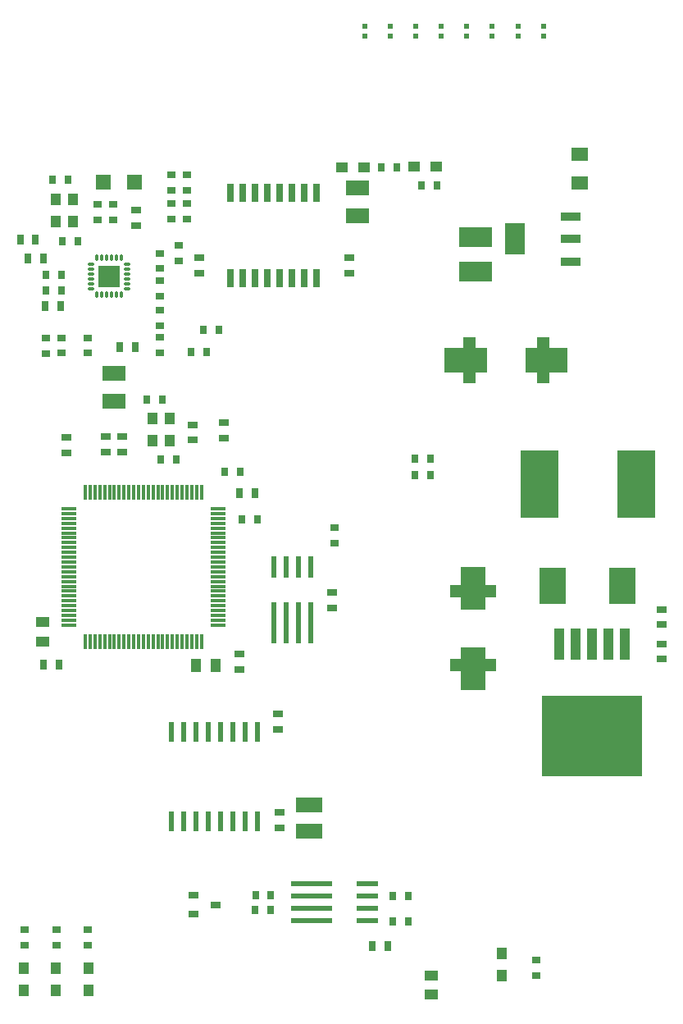
<source format=gtp>
G04*
G04 #@! TF.GenerationSoftware,Altium Limited,Altium Designer,20.0.13 (296)*
G04*
G04 Layer_Color=8421504*
%FSLAX44Y44*%
%MOMM*%
G71*
G01*
G75*
%ADD23R,1.8000X1.3500*%
%ADD24R,1.2500X1.1000*%
%ADD25R,0.6000X0.5000*%
%ADD26R,0.9000X0.7000*%
%ADD27R,2.2000X0.6000*%
%ADD28R,4.2000X0.6000*%
%ADD29R,2.7200X1.5300*%
%ADD30R,1.0000X0.8000*%
%ADD31R,0.7000X0.9000*%
%ADD32R,0.8000X1.0000*%
%ADD33R,1.6000X1.6000*%
%ADD34R,2.4000X1.5000*%
%ADD35R,0.6400X1.9050*%
%ADD36R,1.4000X1.1000*%
%ADD37R,0.6000X2.0600*%
%ADD38R,1.1000X0.8000*%
%ADD39R,0.6000X2.2000*%
%ADD40R,0.6000X4.2000*%
%ADD41R,1.0500X3.2000*%
%ADD42R,10.4500X8.3000*%
%ADD43R,2.1500X3.2500*%
%ADD44R,2.1500X0.9500*%
%ADD45R,2.7940X3.8100*%
%ADD46R,1.1000X1.3000*%
%ADD47R,1.1000X1.2500*%
G04:AMPARAMS|DCode=48|XSize=1.56mm|YSize=0.28mm|CornerRadius=0.035mm|HoleSize=0mm|Usage=FLASHONLY|Rotation=270.000|XOffset=0mm|YOffset=0mm|HoleType=Round|Shape=RoundedRectangle|*
%AMROUNDEDRECTD48*
21,1,1.5600,0.2100,0,0,270.0*
21,1,1.4900,0.2800,0,0,270.0*
1,1,0.0700,-0.1050,-0.7450*
1,1,0.0700,-0.1050,0.7450*
1,1,0.0700,0.1050,0.7450*
1,1,0.0700,0.1050,-0.7450*
%
%ADD48ROUNDEDRECTD48*%
G04:AMPARAMS|DCode=49|XSize=1.56mm|YSize=0.28mm|CornerRadius=0.035mm|HoleSize=0mm|Usage=FLASHONLY|Rotation=0.000|XOffset=0mm|YOffset=0mm|HoleType=Round|Shape=RoundedRectangle|*
%AMROUNDEDRECTD49*
21,1,1.5600,0.2100,0,0,0.0*
21,1,1.4900,0.2800,0,0,0.0*
1,1,0.0700,0.7450,-0.1050*
1,1,0.0700,-0.7450,-0.1050*
1,1,0.0700,-0.7450,0.1050*
1,1,0.0700,0.7450,0.1050*
%
%ADD49ROUNDEDRECTD49*%
%ADD50R,1.0000X1.4000*%
G04:AMPARAMS|DCode=51|XSize=0.28mm|YSize=0.69mm|CornerRadius=0.07mm|HoleSize=0mm|Usage=FLASHONLY|Rotation=270.000|XOffset=0mm|YOffset=0mm|HoleType=Round|Shape=RoundedRectangle|*
%AMROUNDEDRECTD51*
21,1,0.2800,0.5500,0,0,270.0*
21,1,0.1400,0.6900,0,0,270.0*
1,1,0.1400,-0.2750,-0.0700*
1,1,0.1400,-0.2750,0.0700*
1,1,0.1400,0.2750,0.0700*
1,1,0.1400,0.2750,-0.0700*
%
%ADD51ROUNDEDRECTD51*%
G04:AMPARAMS|DCode=52|XSize=0.28mm|YSize=0.69mm|CornerRadius=0.07mm|HoleSize=0mm|Usage=FLASHONLY|Rotation=0.000|XOffset=0mm|YOffset=0mm|HoleType=Round|Shape=RoundedRectangle|*
%AMROUNDEDRECTD52*
21,1,0.2800,0.5500,0,0,0.0*
21,1,0.1400,0.6900,0,0,0.0*
1,1,0.1400,0.0700,-0.2750*
1,1,0.1400,-0.0700,-0.2750*
1,1,0.1400,-0.0700,0.2750*
1,1,0.1400,0.0700,0.2750*
%
%ADD52ROUNDEDRECTD52*%
%ADD53R,2.2860X2.2860*%
%ADD54R,3.5000X2.1500*%
%ADD55R,4.0000X7.0000*%
%ADD56R,1.4000X1.0000*%
G36*
X474250Y385750D02*
Y397750D01*
X499250D01*
Y385750D01*
X510250D01*
Y372750D01*
X499250D01*
Y353750D01*
X474250D01*
Y372750D01*
X463250D01*
Y385750D01*
X474250D01*
D02*
G37*
G36*
Y461750D02*
Y480750D01*
X499250D01*
Y461750D01*
X510250D01*
Y448750D01*
X499250D01*
Y436750D01*
X474250D01*
Y448750D01*
X463250D01*
Y461750D01*
X474250D01*
D02*
G37*
G36*
X476500Y681250D02*
X457500D01*
Y706250D01*
X476500D01*
Y717250D01*
X489500D01*
Y706250D01*
X501500D01*
Y681250D01*
X489500D01*
Y670250D01*
X476500D01*
Y681250D01*
D02*
G37*
G36*
X552500D02*
X540500D01*
Y706250D01*
X552500D01*
Y717250D01*
X565500D01*
Y706250D01*
X584500D01*
Y681250D01*
X565500D01*
Y670250D01*
X552500D01*
Y681250D01*
D02*
G37*
D23*
X597000Y906250D02*
D03*
Y876750D02*
D03*
D24*
X449000Y893500D02*
D03*
X426000D02*
D03*
X351000Y893000D02*
D03*
X374000D02*
D03*
D25*
X532893Y1028251D02*
D03*
Y1038251D02*
D03*
X480178Y1028250D02*
D03*
Y1038250D02*
D03*
X427464Y1028251D02*
D03*
Y1038251D02*
D03*
X559250Y1028251D02*
D03*
Y1038251D02*
D03*
X506536Y1028251D02*
D03*
Y1038251D02*
D03*
X453821Y1028250D02*
D03*
Y1038250D02*
D03*
X401107Y1028251D02*
D03*
Y1038251D02*
D03*
X374750Y1028251D02*
D03*
Y1038251D02*
D03*
D26*
X343500Y505250D02*
D03*
Y521250D02*
D03*
X45500Y716500D02*
D03*
Y700500D02*
D03*
X99250Y838250D02*
D03*
Y854250D02*
D03*
X182500Y796000D02*
D03*
Y812000D02*
D03*
X115000Y838250D02*
D03*
Y854250D02*
D03*
X89000Y717000D02*
D03*
Y701000D02*
D03*
X175250Y839250D02*
D03*
Y855250D02*
D03*
X163000Y745500D02*
D03*
Y729500D02*
D03*
X191500Y885000D02*
D03*
Y869000D02*
D03*
X191500Y839250D02*
D03*
Y855250D02*
D03*
X175500Y885000D02*
D03*
Y869000D02*
D03*
X88498Y106500D02*
D03*
Y90500D02*
D03*
X56747Y106500D02*
D03*
Y90500D02*
D03*
X23498Y106500D02*
D03*
Y90500D02*
D03*
X61500Y701000D02*
D03*
Y717000D02*
D03*
X552000Y59000D02*
D03*
Y75000D02*
D03*
X163000Y701250D02*
D03*
Y717250D02*
D03*
Y804250D02*
D03*
Y788250D02*
D03*
Y760000D02*
D03*
Y776000D02*
D03*
D27*
X377750Y115550D02*
D03*
Y128250D02*
D03*
Y140950D02*
D03*
Y153650D02*
D03*
D28*
X319750Y115550D02*
D03*
Y128250D02*
D03*
Y140950D02*
D03*
Y153650D02*
D03*
D29*
X317750Y207840D02*
D03*
Y234660D02*
D03*
D30*
X286500Y227500D02*
D03*
Y211500D02*
D03*
X681750Y401250D02*
D03*
Y385250D02*
D03*
X204000Y783500D02*
D03*
Y799500D02*
D03*
X359250Y783500D02*
D03*
Y799501D02*
D03*
X285000Y328750D02*
D03*
Y312750D02*
D03*
X681750Y420749D02*
D03*
Y436750D02*
D03*
X229000Y629250D02*
D03*
Y613250D02*
D03*
X197250Y627250D02*
D03*
Y611250D02*
D03*
X341500Y438500D02*
D03*
Y454500D02*
D03*
X245750Y390250D02*
D03*
Y374250D02*
D03*
X67000Y598500D02*
D03*
Y614500D02*
D03*
X124750Y615000D02*
D03*
Y599000D02*
D03*
X107750Y614750D02*
D03*
Y598750D02*
D03*
X138750Y848500D02*
D03*
Y832500D02*
D03*
D31*
X420000Y114750D02*
D03*
X404000D02*
D03*
X420000Y140500D02*
D03*
X404000D02*
D03*
X278000Y141500D02*
D03*
X262000D02*
D03*
X277750Y126500D02*
D03*
X261750D02*
D03*
X449750Y874000D02*
D03*
X433750D02*
D03*
X442750Y592500D02*
D03*
X426750D02*
D03*
X61750Y766000D02*
D03*
X45750D02*
D03*
X52500Y880000D02*
D03*
X68500D02*
D03*
X78250Y816750D02*
D03*
X62250D02*
D03*
X224500Y725500D02*
D03*
X208500D02*
D03*
X426500Y575500D02*
D03*
X442500D02*
D03*
X211750Y702000D02*
D03*
X195750D02*
D03*
X246250Y578250D02*
D03*
X230250D02*
D03*
X264250Y529750D02*
D03*
X248250D02*
D03*
X407750Y892750D02*
D03*
X391750D02*
D03*
X46000Y781500D02*
D03*
X62000D02*
D03*
X180500Y591500D02*
D03*
X164500D02*
D03*
X165694Y653250D02*
D03*
X149694D02*
D03*
D32*
X398500Y89500D02*
D03*
X382500D02*
D03*
X121575Y707675D02*
D03*
X137575D02*
D03*
X26750Y798500D02*
D03*
X42750D02*
D03*
X19000Y818000D02*
D03*
X35000D02*
D03*
X245250Y556750D02*
D03*
X261250D02*
D03*
X59000Y379500D02*
D03*
X43000D02*
D03*
X60750Y749750D02*
D03*
X44750D02*
D03*
D33*
X137000Y877750D02*
D03*
X105000D02*
D03*
D34*
X116250Y680500D02*
D03*
Y651500D02*
D03*
X367750Y872000D02*
D03*
Y843000D02*
D03*
D35*
X325200Y866325D02*
D03*
X312500D02*
D03*
X299800D02*
D03*
X287100D02*
D03*
X274400D02*
D03*
X261700D02*
D03*
X249000D02*
D03*
X236300D02*
D03*
X325200Y778670D02*
D03*
X312500D02*
D03*
X299800D02*
D03*
X287100D02*
D03*
X274400D02*
D03*
X261700Y778675D02*
D03*
X249000D02*
D03*
X236300D02*
D03*
D36*
X443250Y58500D02*
D03*
Y39500D02*
D03*
D37*
X263950Y310650D02*
D03*
X251250D02*
D03*
X238550D02*
D03*
X225850D02*
D03*
X213150D02*
D03*
X200450D02*
D03*
X187750D02*
D03*
X175050D02*
D03*
Y217850D02*
D03*
X187750D02*
D03*
X200450D02*
D03*
X213150D02*
D03*
X225850D02*
D03*
X238550D02*
D03*
X251250D02*
D03*
X263950D02*
D03*
D38*
X198250Y141500D02*
D03*
Y122500D02*
D03*
X220750Y132000D02*
D03*
D39*
X318800Y480750D02*
D03*
X306100D02*
D03*
X293400D02*
D03*
X280700D02*
D03*
D40*
X318800Y422750D02*
D03*
X306100D02*
D03*
X293400D02*
D03*
X280700D02*
D03*
D41*
X643500Y400750D02*
D03*
X626500D02*
D03*
X609500D02*
D03*
X592500D02*
D03*
X575500D02*
D03*
D42*
X609500Y306250D02*
D03*
D43*
X529500Y818750D02*
D03*
D44*
X587500Y841750D02*
D03*
Y818750D02*
D03*
Y795750D02*
D03*
D45*
X640435Y460750D02*
D03*
X569065D02*
D03*
D46*
X173500Y634000D02*
D03*
Y611000D02*
D03*
X155500D02*
D03*
Y634000D02*
D03*
X55750Y836750D02*
D03*
Y859750D02*
D03*
X73750D02*
D03*
Y836750D02*
D03*
D47*
X22750Y66750D02*
D03*
Y43750D02*
D03*
X56000Y66750D02*
D03*
Y43750D02*
D03*
X89250Y66750D02*
D03*
Y43750D02*
D03*
X516250Y81500D02*
D03*
Y58500D02*
D03*
D48*
X206250Y403700D02*
D03*
X201250D02*
D03*
X196250D02*
D03*
X191250D02*
D03*
X186250D02*
D03*
X181250D02*
D03*
X176250D02*
D03*
X171250D02*
D03*
X166250D02*
D03*
X161250D02*
D03*
X156250D02*
D03*
X151250D02*
D03*
X146250D02*
D03*
X141250D02*
D03*
X136250D02*
D03*
X131250D02*
D03*
X126250D02*
D03*
X121250D02*
D03*
X116250D02*
D03*
X111250D02*
D03*
X106250D02*
D03*
X101250D02*
D03*
X96250D02*
D03*
X91250D02*
D03*
X86250D02*
D03*
Y557300D02*
D03*
X91250D02*
D03*
X96250D02*
D03*
X101250D02*
D03*
X106250D02*
D03*
X111250D02*
D03*
X116250D02*
D03*
X121250D02*
D03*
X126250D02*
D03*
X131250D02*
D03*
X136250D02*
D03*
X141250D02*
D03*
X146250D02*
D03*
X151250D02*
D03*
X156250D02*
D03*
X161250D02*
D03*
X166250D02*
D03*
X171250D02*
D03*
X176250D02*
D03*
X181250D02*
D03*
X186250D02*
D03*
X191250D02*
D03*
X196250D02*
D03*
X201250D02*
D03*
X206250D02*
D03*
D49*
X223050Y540500D02*
D03*
Y535500D02*
D03*
Y530500D02*
D03*
Y525500D02*
D03*
Y520500D02*
D03*
Y515500D02*
D03*
Y510500D02*
D03*
Y505500D02*
D03*
Y500500D02*
D03*
Y495500D02*
D03*
Y490500D02*
D03*
Y485500D02*
D03*
Y480500D02*
D03*
Y475500D02*
D03*
Y470500D02*
D03*
Y465500D02*
D03*
Y460500D02*
D03*
Y455500D02*
D03*
Y450500D02*
D03*
Y445500D02*
D03*
Y440500D02*
D03*
Y435500D02*
D03*
Y430500D02*
D03*
Y425500D02*
D03*
Y420500D02*
D03*
X69450D02*
D03*
Y425500D02*
D03*
Y430500D02*
D03*
Y435500D02*
D03*
Y440500D02*
D03*
Y445500D02*
D03*
Y450500D02*
D03*
Y455500D02*
D03*
Y460500D02*
D03*
Y465500D02*
D03*
Y470500D02*
D03*
Y475500D02*
D03*
Y480500D02*
D03*
Y485500D02*
D03*
Y490500D02*
D03*
Y495500D02*
D03*
Y500500D02*
D03*
Y505500D02*
D03*
Y510500D02*
D03*
Y515500D02*
D03*
Y520500D02*
D03*
Y525500D02*
D03*
Y530500D02*
D03*
Y535500D02*
D03*
Y540500D02*
D03*
D50*
X220500Y379000D02*
D03*
X200500D02*
D03*
D51*
X129750Y767750D02*
D03*
Y772750D02*
D03*
Y792750D02*
D03*
Y787750D02*
D03*
Y777750D02*
D03*
Y782750D02*
D03*
X91850D02*
D03*
Y777750D02*
D03*
Y787750D02*
D03*
Y792750D02*
D03*
Y772750D02*
D03*
Y767750D02*
D03*
D52*
X123300Y761300D02*
D03*
X118300D02*
D03*
X98300D02*
D03*
X103300D02*
D03*
X113300D02*
D03*
X108300D02*
D03*
X123300Y799200D02*
D03*
X118300D02*
D03*
X98300D02*
D03*
X103300D02*
D03*
X113300D02*
D03*
X108300D02*
D03*
D53*
X110800Y780250D02*
D03*
D54*
X489500Y785500D02*
D03*
Y820500D02*
D03*
D55*
X655000Y566000D02*
D03*
X555000D02*
D03*
D56*
X42000Y403750D02*
D03*
Y423750D02*
D03*
M02*

</source>
